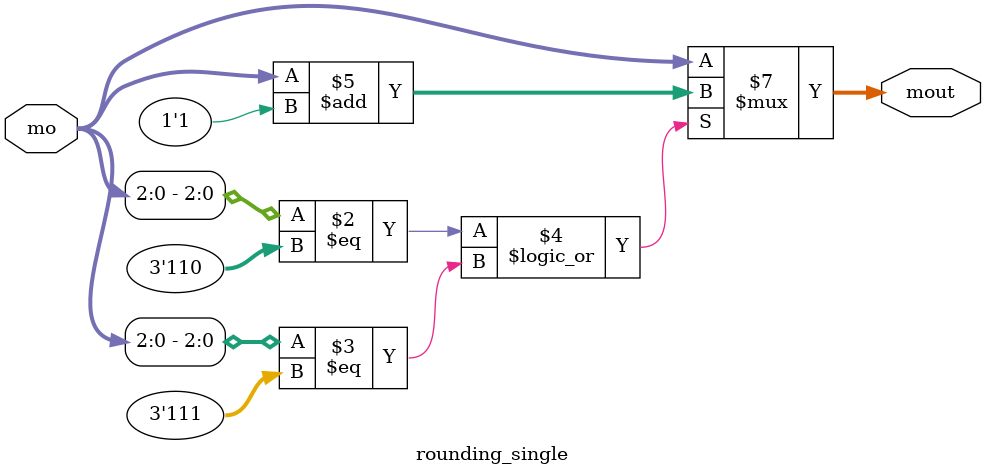
<source format=v>
module rounding_single(
input [26:0]mo,
//input clk,
output reg [26:0]mout
);
always @(*) 
begin
if (mo[2:0]==3'b110 || mo[2:0]==3'b111)begin
	mout = mo + 1'b1;
	end    
else begin
	mout <= mo;
	  end
end

endmodule




</source>
